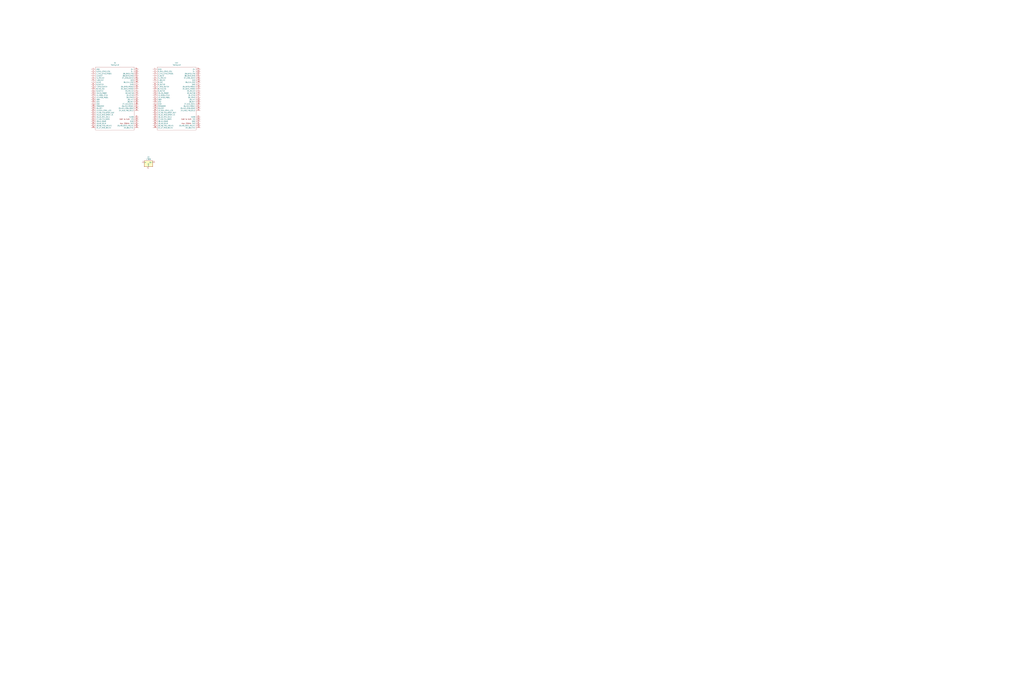
<source format=kicad_sch>
(kicad_sch (version 20230121) (generator eeschema)
  (paper "User" 1200 799.998)
  (lib_symbols
    (symbol "2023Symbols:Teensy4.0" (pin_names (offset 1.016))
      (property "Reference" "U" (at 0 39.37 0))
      (property "Value" "Teensy4.0" (at 0 -39.37 0))
      (symbol "Teensy4.0_0_0"
        (text "3.6V to 5.5V" (at 11.43 -24.13 0) (effects (font (size 1.27 1.27))))
        (text "max 250mA" (at 11.43 -29.21 0) (effects (font (size 1.27 1.27))))
        (pin bidirectional line (at -27.94 11.43 0) (length 5.08) (name "8_TX2_IN1") (number "10"))
        (pin bidirectional line (at -27.94 8.89 0) (length 5.08) (name "9_OUT1C") (number "11"))
        (pin bidirectional line (at -27.94 6.35 0) (length 5.08) (name "10_CS_MQSR") (number "12"))
        (pin bidirectional line (at -27.94 3.81 0) (length 5.08) (name "11_MOSI_CTX1") (number "13"))
        (pin bidirectional line (at -27.94 1.27 0) (length 5.08) (name "12_MISO_MQSL") (number "14"))
        (pin power_in line (at -27.94 -1.27 0) (length 5.08) (name "VBAT") (number "15"))
        (pin power_in line (at -27.94 -3.81 0) (length 5.08) (name "3V3") (number "16"))
        (pin power_in line (at -27.94 -6.35 0) (length 5.08) (name "GND") (number "17"))
        (pin input line (at -27.94 -8.89 0) (length 5.08) (name "PROGRAM") (number "18"))
        (pin input line (at -27.94 -11.43 0) (length 5.08) (name "ON_OFF") (number "19"))
        (pin bidirectional line (at -27.94 -13.97 0) (length 5.08) (name "13_SCK_CRX1_LED") (number "20"))
        (pin bidirectional line (at -27.94 -16.51 0) (length 5.08) (name "14_A0_TX3_SPDIF_OUT") (number "21"))
        (pin bidirectional line (at -27.94 -19.05 0) (length 5.08) (name "15_A1_RX3_SPDIF_IN") (number "22"))
        (pin bidirectional line (at -27.94 -21.59 0) (length 5.08) (name "16_A2_RX4_SCL1") (number "23"))
        (pin bidirectional line (at -27.94 -24.13 0) (length 5.08) (name "17_A3_TX4_SDA1") (number "24"))
        (pin bidirectional line (at -27.94 -26.67 0) (length 5.08) (name "18_A4_SDA0") (number "25"))
        (pin bidirectional line (at -27.94 -29.21 0) (length 5.08) (name "19_A5_SCL0") (number "26"))
        (pin bidirectional line (at -27.94 -31.75 0) (length 5.08) (name "20_A6_TX5_LRCLK1") (number "27"))
        (pin bidirectional line (at -27.94 -34.29 0) (length 5.08) (name "21_A7_RX5_BCLK1") (number "28"))
        (pin bidirectional line (at 27.94 -34.29 180) (length 5.08) (name "22_A8_CTX1") (number "29"))
        (pin bidirectional line (at 27.94 -31.75 180) (length 5.08) (name "23_A9_CRX1_MCLK1") (number "30"))
        (pin power_out line (at 27.94 -29.21 180) (length 5.08) (name "3V3") (number "31"))
        (pin power_in line (at 27.94 -26.67 180) (length 5.08) (name "GND") (number "32"))
        (pin power_in line (at 27.94 -24.13 180) (length 5.08) (name "VIN") (number "33"))
        (pin power_out line (at 27.94 -21.59 180) (length 5.08) (name "VUSB") (number "34"))
        (pin bidirectional line (at 27.94 -13.97 180) (length 5.08) (name "24_A10_TX6_SCL2") (number "35"))
        (pin bidirectional line (at 27.94 -11.43 180) (length 5.08) (name "25_A11_RX6_SDA2") (number "36"))
        (pin bidirectional line (at 27.94 -8.89 180) (length 5.08) (name "26_A12_MOSI1") (number "37"))
        (pin bidirectional line (at 27.94 -6.35 180) (length 5.08) (name "27_A13_SCK1") (number "38"))
        (pin bidirectional line (at 27.94 -3.81 180) (length 5.08) (name "28_RX7") (number "39"))
        (pin bidirectional line (at 27.94 -1.27 180) (length 5.08) (name "29_TX7") (number "40"))
        (pin bidirectional line (at 27.94 1.27 180) (length 5.08) (name "30_CRX3") (number "41"))
        (pin bidirectional line (at 27.94 3.81 180) (length 5.08) (name "31_CTX3") (number "42"))
        (pin bidirectional line (at 27.94 6.35 180) (length 5.08) (name "32_OUT1B") (number "43"))
        (pin bidirectional line (at 27.94 8.89 180) (length 5.08) (name "33_MCLK2") (number "44"))
        (pin bidirectional line (at 27.94 11.43 180) (length 5.08) (name "34_DAT1_MISO2") (number "45"))
        (pin bidirectional line (at 27.94 13.97 180) (length 5.08) (name "35_DAT0_MOSI2") (number "46"))
        (pin power_out line (at 27.94 16.51 180) (length 5.08) (name "GND") (number "47"))
        (pin bidirectional line (at 27.94 19.05 180) (length 5.08) (name "36_CLK_CS2") (number "48"))
        (pin power_out line (at 27.94 21.59 180) (length 5.08) (name "3V3") (number "49"))
        (pin bidirectional line (at -27.94 24.13 0) (length 5.08) (name "3_LRCLK2") (number "5"))
        (pin bidirectional line (at 27.94 24.13 180) (length 5.08) (name "37_CMD_SCK2") (number "50"))
        (pin bidirectional line (at 27.94 26.67 180) (length 5.08) (name "38_DAT3_RX5") (number "51"))
        (pin bidirectional line (at 27.94 29.21 180) (length 5.08) (name "39_DAT2_TX5") (number "52"))
        (pin bidirectional line (at 27.94 31.75 180) (length 5.08) (name "D-") (number "53"))
        (pin bidirectional line (at 27.94 34.29 180) (length 5.08) (name "D+") (number "54"))
        (pin bidirectional line (at -27.94 21.59 0) (length 5.08) (name "4_BCLK2") (number "6"))
        (pin bidirectional line (at -27.94 19.05 0) (length 5.08) (name "5_IN2") (number "7"))
        (pin bidirectional line (at -27.94 16.51 0) (length 5.08) (name "6_OUT1D") (number "8"))
        (pin bidirectional line (at -27.94 13.97 0) (length 5.08) (name "7_RX2_OUT1A") (number "9"))
      )
      (symbol "Teensy4.0_0_1"
        (rectangle (start -22.86 36.83) (end 22.86 -36.83))
        (rectangle (start -20.32 -31.75) (end -20.32 -31.75))
      )
      (symbol "Teensy4.0_1_1"
        (pin power_in line (at -27.94 34.29 0) (length 5.08) (name "GND") (number "1"))
        (pin bidirectional line (at -27.94 31.75 0) (length 5.08) (name "0_RX1_CRX2_CS1") (number "2"))
        (pin bidirectional line (at -27.94 29.21 0) (length 5.08) (name "1_TX1_CTX2_MISO1") (number "3"))
        (pin bidirectional line (at -27.94 26.67 0) (length 5.08) (name "2_OUT2") (number "4"))
      )
    )
    (symbol "Regulator_Linear:L7805" (pin_names (offset 0.254))
      (property "Reference" "U" (at -3.81 3.175 0))
      (property "Value" "L7805" (at 0 3.175 0))
      (symbol "L7805_0_1"
        (rectangle (start -5.08 1.905) (end 5.08 -5.08) (stroke (width 0.254)) (fill (type background)))
      )
      (symbol "L7805_1_1"
        (pin power_in line (at -7.62 0 0) (length 2.54) (name "IN") (number "1"))
        (pin power_in line (at 0 -7.62 90) (length 2.54) (name "GND") (number "2"))
        (pin power_out line (at 7.62 0 180) (length 2.54) (name "OUT") (number "3"))
      )
    )
  )
  (symbol (lib_id "Regulator_Linear:L7805") (at 173.99 190.5 0) (unit 1)
    (property "Reference" "U1" (at 173.99 184.15 0))
    (property "Value" "L7805" (at 173.99 186.69 0))
    (property "Datasheet" "http://www.st.com/content/ccc/resource/technical/document/datasheet/41/4f/b3/b0/12/d4/47/88/CD00000444.pdf/files/CD00000444.pdf/jcr:content/translations/en.CD00000444.pdf" (effects hide))
  )
  (symbol (lib_id "2023Symbols:Teensy4.0") (at 134.62 115.57 0) (unit 1)
    (property "Reference" "Us" (at 134.62 73.66 0))
    (property "Value" "Teensy4.0" (at 134.62 76.2 0))
  )
  (symbol (lib_id "2023Symbols:Teensy4.0") (at 207.01 115.57 0) (unit 1)
    (property "Reference" "Us1" (at 207.01 73.66 0))
    (property "Value" "Teensy4.0" (at 207.01 76.2 0))
  )
)
</source>
